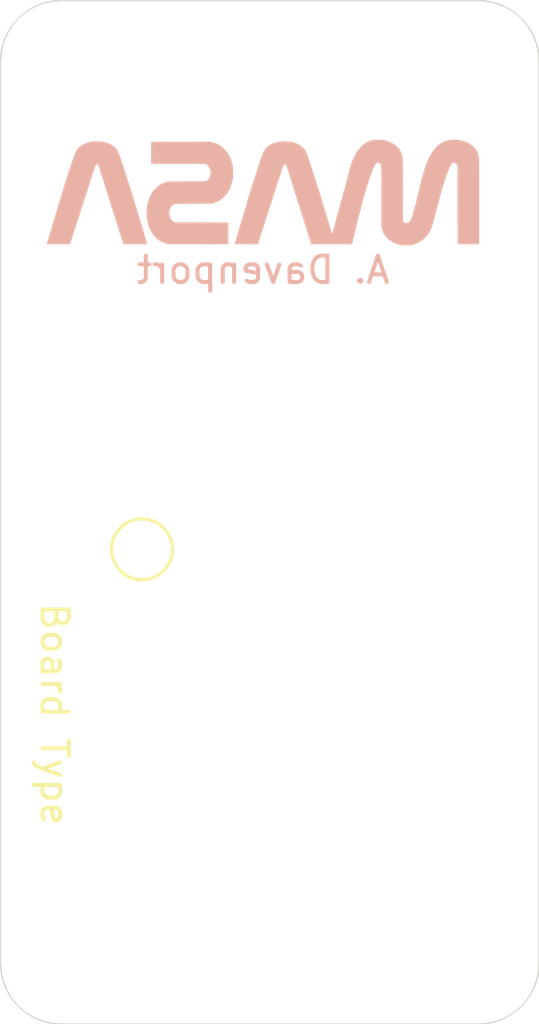
<source format=kicad_pcb>
(kicad_pcb (version 20171130) (host pcbnew "(5.1.0)-1")

  (general
    (thickness 1.6)
    (drawings 11)
    (tracks 0)
    (zones 0)
    (modules 1)
    (nets 1)
  )

  (page A4)
  (layers
    (0 F.Cu signal)
    (31 B.Cu signal)
    (32 B.Adhes user hide)
    (33 F.Adhes user hide)
    (34 B.Paste user hide)
    (35 F.Paste user hide)
    (36 B.SilkS user)
    (37 F.SilkS user)
    (38 B.Mask user)
    (39 F.Mask user)
    (40 Dwgs.User user hide)
    (41 Cmts.User user hide)
    (42 Eco1.User user hide)
    (43 Eco2.User user hide)
    (44 Edge.Cuts user)
    (45 Margin user hide)
    (46 B.CrtYd user hide)
    (47 F.CrtYd user hide)
    (48 B.Fab user hide)
    (49 F.Fab user hide)
  )

  (setup
    (last_trace_width 0.25)
    (trace_clearance 0.2)
    (zone_clearance 0.508)
    (zone_45_only no)
    (trace_min 0.2)
    (via_size 0.8)
    (via_drill 0.4)
    (via_min_size 0.4)
    (via_min_drill 0.3)
    (uvia_size 0.3)
    (uvia_drill 0.1)
    (uvias_allowed no)
    (uvia_min_size 0.2)
    (uvia_min_drill 0.1)
    (edge_width 0.05)
    (segment_width 0.2)
    (pcb_text_width 0.3)
    (pcb_text_size 1.5 1.5)
    (mod_edge_width 0.12)
    (mod_text_size 1 1)
    (mod_text_width 0.15)
    (pad_size 1.524 1.524)
    (pad_drill 0.762)
    (pad_to_mask_clearance 0.051)
    (solder_mask_min_width 0.25)
    (aux_axis_origin 0 0)
    (visible_elements 7FFFFFFF)
    (pcbplotparams
      (layerselection 0x010fc_ffffffff)
      (usegerberextensions false)
      (usegerberattributes false)
      (usegerberadvancedattributes false)
      (creategerberjobfile false)
      (excludeedgelayer true)
      (linewidth 0.100000)
      (plotframeref false)
      (viasonmask false)
      (mode 1)
      (useauxorigin false)
      (hpglpennumber 1)
      (hpglpenspeed 20)
      (hpglpendiameter 15.000000)
      (psnegative false)
      (psa4output false)
      (plotreference true)
      (plotvalue true)
      (plotinvisibletext false)
      (padsonsilk false)
      (subtractmaskfromsilk false)
      (outputformat 1)
      (mirror false)
      (drillshape 1)
      (scaleselection 1)
      (outputdirectory ""))
  )

  (net 0 "")

  (net_class Default "This is the default net class."
    (clearance 0.2)
    (trace_width 0.25)
    (via_dia 0.8)
    (via_drill 0.4)
    (uvia_dia 0.3)
    (uvia_drill 0.1)
  )

  (module davenport_kicad_footprints:logo-bss (layer B.Cu) (tedit 5CA514C8) (tstamp 5CA5C224)
    (at 158.75 79.756 180)
    (fp_text reference G*** (at 0 5.08 180) (layer B.Fab) hide
      (effects (font (size 1.524 1.524) (thickness 0.3)) (justify mirror))
    )
    (fp_text value LOGO (at 0.75 5.08 180) (layer B.Fab) hide
      (effects (font (size 1.524 1.524) (thickness 0.3)) (justify mirror))
    )
    (fp_poly (pts (xy 7.593702 3.197568) (xy 7.643152 3.196112) (xy 7.688298 3.193677) (xy 7.727006 3.190267)
      (xy 7.757144 3.185883) (xy 7.760447 3.185215) (xy 7.854564 3.162707) (xy 7.938972 3.136817)
      (xy 8.0147 3.107035) (xy 8.082777 3.072854) (xy 8.144231 3.033766) (xy 8.200092 2.989263)
      (xy 8.244454 2.94626) (xy 8.279137 2.905943) (xy 8.308912 2.862718) (xy 8.335282 2.813915)
      (xy 8.359751 2.756864) (xy 8.375581 2.713421) (xy 8.384961 2.687254) (xy 8.397353 2.654131)
      (xy 8.411041 2.618573) (xy 8.422572 2.589424) (xy 8.43722 2.551324) (xy 8.453077 2.507433)
      (xy 8.467917 2.464029) (xy 8.476596 2.437018) (xy 8.487974 2.401307) (xy 8.500409 2.364007)
      (xy 8.512287 2.329875) (xy 8.520832 2.306662) (xy 8.531144 2.278336) (xy 8.543175 2.243034)
      (xy 8.55522 2.205852) (xy 8.563079 2.180327) (xy 8.572664 2.149215) (xy 8.582061 2.120291)
      (xy 8.590146 2.096925) (xy 8.595487 2.083171) (xy 8.600776 2.069199) (xy 8.60864 2.045844)
      (xy 8.618214 2.015792) (xy 8.628634 1.981728) (xy 8.634529 1.961856) (xy 8.64623 1.922604)
      (xy 8.658691 1.881897) (xy 8.670657 1.843764) (xy 8.680876 1.812237) (xy 8.683844 1.8034)
      (xy 8.694982 1.769671) (xy 8.706697 1.732565) (xy 8.716951 1.698571) (xy 8.71968 1.6891)
      (xy 8.729264 1.656642) (xy 8.740284 1.621331) (xy 8.750515 1.590281) (xy 8.751472 1.5875)
      (xy 8.759895 1.562168) (xy 8.77154 1.525569) (xy 8.786166 1.478495) (xy 8.803531 1.421737)
      (xy 8.823394 1.356086) (xy 8.845512 1.282333) (xy 8.869644 1.201268) (xy 8.876564 1.177925)
      (xy 8.888117 1.139515) (xy 8.899715 1.102004) (xy 8.910403 1.068403) (xy 8.91923 1.041721)
      (xy 8.923817 1.0287) (xy 8.930425 1.00947) (xy 8.939583 0.980891) (xy 8.950447 0.9457)
      (xy 8.962172 0.906631) (xy 8.973812 0.866775) (xy 8.985285 0.826996) (xy 8.996712 0.787572)
      (xy 9.008398 0.74749) (xy 9.020644 0.705732) (xy 9.033753 0.661284) (xy 9.048027 0.61313)
      (xy 9.063769 0.560253) (xy 9.081282 0.50164) (xy 9.100867 0.436273) (xy 9.122828 0.363137)
      (xy 9.147466 0.281216) (xy 9.175085 0.189495) (xy 9.205986 0.086958) (xy 9.211144 0.06985)
      (xy 9.224978 0.023801) (xy 9.239394 -0.024472) (xy 9.253375 -0.071538) (xy 9.2659 -0.113966)
      (xy 9.275953 -0.148329) (xy 9.277134 -0.1524) (xy 9.288321 -0.190661) (xy 9.300446 -0.231527)
      (xy 9.312048 -0.270113) (xy 9.321669 -0.301536) (xy 9.321697 -0.301625) (xy 9.329194 -0.326096)
      (xy 9.339416 -0.359961) (xy 9.351573 -0.400575) (xy 9.364874 -0.445295) (xy 9.378531 -0.491476)
      (xy 9.385848 -0.516339) (xy 9.39972 -0.563933) (xy 9.4102 -0.600901) (xy 9.417598 -0.628581)
      (xy 9.422224 -0.648307) (xy 9.424386 -0.661419) (xy 9.424396 -0.669251) (xy 9.422561 -0.673141)
      (xy 9.422235 -0.673404) (xy 9.415333 -0.674489) (xy 9.39845 -0.675466) (xy 9.37263 -0.676335)
      (xy 9.338915 -0.677094) (xy 9.29835 -0.677746) (xy 9.251976 -0.678289) (xy 9.200837 -0.678724)
      (xy 9.145977 -0.67905) (xy 9.088438 -0.679269) (xy 9.029264 -0.679379) (xy 8.969498 -0.679381)
      (xy 8.910183 -0.679276) (xy 8.852362 -0.679062) (xy 8.797078 -0.678741) (xy 8.745375 -0.678311)
      (xy 8.698296 -0.677775) (xy 8.656884 -0.67713) (xy 8.622182 -0.676378) (xy 8.595234 -0.675518)
      (xy 8.577082 -0.674551) (xy 8.568769 -0.673477) (xy 8.568502 -0.673353) (xy 8.564942 -0.670181)
      (xy 8.5609 -0.664337) (xy 8.556107 -0.655026) (xy 8.550292 -0.641449) (xy 8.543184 -0.62281)
      (xy 8.534514 -0.598311) (xy 8.52401 -0.567156) (xy 8.511403 -0.528548) (xy 8.496421 -0.481689)
      (xy 8.478795 -0.425782) (xy 8.458254 -0.360031) (xy 8.434527 -0.283638) (xy 8.416216 -0.224496)
      (xy 8.404123 -0.186311) (xy 8.39027 -0.143985) (xy 8.376616 -0.103441) (xy 8.367925 -0.078446)
      (xy 8.355585 -0.042406) (xy 8.342526 -0.002265) (xy 8.330726 0.035819) (xy 8.325398 0.053975)
      (xy 8.315215 0.087984) (xy 8.303506 0.124457) (xy 8.292245 0.157326) (xy 8.288244 0.168275)
      (xy 8.279207 0.193758) (xy 8.268069 0.227258) (xy 8.256145 0.264717) (xy 8.24475 0.302076)
      (xy 8.243004 0.307975) (xy 8.232254 0.343723) (xy 8.221226 0.3791) (xy 8.211077 0.41048)
      (xy 8.20296 0.434237) (xy 8.201536 0.43815) (xy 8.194229 0.458998) (xy 8.184431 0.488525)
      (xy 8.173224 0.523393) (xy 8.16169 0.560265) (xy 8.156972 0.575666) (xy 8.145741 0.612082)
      (xy 8.134509 0.647625) (xy 8.124318 0.679055) (xy 8.11621 0.703134) (xy 8.113576 0.71055)
      (xy 8.106578 0.730876) (xy 8.097184 0.759804) (xy 8.086487 0.793885) (xy 8.075582 0.829676)
      (xy 8.072581 0.839734) (xy 8.061048 0.87768) (xy 8.048611 0.9171) (xy 8.036642 0.95373)
      (xy 8.026513 0.983306) (xy 8.025037 0.987425) (xy 8.016447 1.011991) (xy 8.005176 1.045414)
      (xy 7.992249 1.08459) (xy 7.978691 1.126415) (xy 7.966333 1.165225) (xy 7.951477 1.212061)
      (xy 7.934783 1.264224) (xy 7.917765 1.31701) (xy 7.901938 1.365714) (xy 7.89272 1.393825)
      (xy 7.878295 1.437942) (xy 7.862464 1.486937) (xy 7.846784 1.535955) (xy 7.832812 1.580142)
      (xy 7.827537 1.597025) (xy 7.815511 1.635541) (xy 7.803882 1.672378) (xy 7.791877 1.709921)
      (xy 7.778726 1.750557) (xy 7.763659 1.796673) (xy 7.745904 1.850653) (xy 7.732157 1.8923)
      (xy 7.722685 1.921115) (xy 7.710767 1.957589) (xy 7.697787 1.997475) (xy 7.68513 2.036524)
      (xy 7.682487 2.0447) (xy 7.661293 2.110319) (xy 7.64351 2.165043) (xy 7.628658 2.20986)
      (xy 7.616258 2.245758) (xy 7.605833 2.273726) (xy 7.596902 2.294752) (xy 7.588986 2.309824)
      (xy 7.581608 2.31993) (xy 7.574287 2.326058) (xy 7.566545 2.329198) (xy 7.557903 2.330337)
      (xy 7.547882 2.330463) (xy 7.543998 2.33045) (xy 7.528533 2.329532) (xy 7.515242 2.325996)
      (xy 7.503445 2.318668) (xy 7.49246 2.306375) (xy 7.481606 2.287944) (xy 7.470204 2.262201)
      (xy 7.457572 2.227973) (xy 7.44303 2.184087) (xy 7.425897 2.12937) (xy 7.424267 2.124075)
      (xy 7.400282 2.046163) (xy 7.379631 1.9792) (xy 7.361989 1.922156) (xy 7.347033 1.873999)
      (xy 7.334437 1.8337) (xy 7.323879 1.800226) (xy 7.315032 1.772547) (xy 7.307574 1.749633)
      (xy 7.30118 1.730452) (xy 7.295525 1.713973) (xy 7.293148 1.7072) (xy 7.281893 1.673549)
      (xy 7.270088 1.635387) (xy 7.260057 1.600265) (xy 7.258941 1.596075) (xy 7.250945 1.567939)
      (xy 7.24004 1.532593) (xy 7.227644 1.494508) (xy 7.215177 1.458154) (xy 7.214884 1.457325)
      (xy 7.201801 1.41935) (xy 7.186948 1.374543) (xy 7.172028 1.328127) (xy 7.15874 1.285324)
      (xy 7.156989 1.279525) (xy 7.145923 1.243286) (xy 7.134832 1.207956) (xy 7.12476 1.176793)
      (xy 7.11675 1.153056) (xy 7.114286 1.146175) (xy 7.1071 1.125291) (xy 7.097745 1.096076)
      (xy 7.087399 1.062301) (xy 7.077237 1.027734) (xy 7.076604 1.025525) (xy 7.059811 0.967588)
      (xy 7.041969 0.907395) (xy 7.023835 0.847406) (xy 7.006166 0.790078) (xy 6.989719 0.737873)
      (xy 6.975251 0.693248) (xy 6.965233 0.663575) (xy 6.95381 0.629244) (xy 6.942013 0.591472)
      (xy 6.931765 0.556487) (xy 6.928304 0.543821) (xy 6.918877 0.510668) (xy 6.907144 0.47287)
      (xy 6.895285 0.437383) (xy 6.892496 0.429521) (xy 6.88266 0.400972) (xy 6.870838 0.36475)
      (xy 6.858437 0.325264) (xy 6.846866 0.286924) (xy 6.845591 0.282581) (xy 6.835673 0.249384)
      (xy 6.826216 0.219038) (xy 6.818107 0.194292) (xy 6.81223 0.177899) (xy 6.810858 0.174631)
      (xy 6.806644 0.163959) (xy 6.800087 0.145095) (xy 6.791023 0.117516) (xy 6.779287 0.080697)
      (xy 6.764714 0.034116) (xy 6.74714 -0.022753) (xy 6.726398 -0.090433) (xy 6.702326 -0.169447)
      (xy 6.694002 -0.19685) (xy 6.681462 -0.23766) (xy 6.668941 -0.277529) (xy 6.657314 -0.313731)
      (xy 6.647458 -0.343538) (xy 6.640249 -0.364223) (xy 6.639916 -0.365125) (xy 6.632593 -0.386265)
      (xy 6.622856 -0.416391) (xy 6.611675 -0.4524) (xy 6.600017 -0.491191) (xy 6.59212 -0.518235)
      (xy 6.57829 -0.565299) (xy 6.566866 -0.601631) (xy 6.557213 -0.62871) (xy 6.548696 -0.648011)
      (xy 6.540681 -0.661013) (xy 6.532532 -0.66919) (xy 6.525477 -0.673258) (xy 6.517223 -0.674442)
      (xy 6.498422 -0.675517) (xy 6.469551 -0.676477) (xy 6.431086 -0.677315) (xy 6.383505 -0.678025)
      (xy 6.327284 -0.678599) (xy 6.2629 -0.679031) (xy 6.19083 -0.679315) (xy 6.111552 -0.679443)
      (xy 6.08709 -0.67945) (xy 6.006433 -0.679416) (xy 5.936147 -0.679305) (xy 5.875579 -0.679106)
      (xy 5.824078 -0.678804) (xy 5.780989 -0.678388) (xy 5.74566 -0.677844) (xy 5.717439 -0.67716)
      (xy 5.695672 -0.676323) (xy 5.679707 -0.67532) (xy 5.668891 -0.674137) (xy 5.662571 -0.672764)
      (xy 5.660094 -0.671186) (xy 5.660051 -0.671075) (xy 5.660505 -0.661922) (xy 5.66383 -0.642931)
      (xy 5.66948 -0.616341) (xy 5.676909 -0.584389) (xy 5.685573 -0.549315) (xy 5.694925 -0.513356)
      (xy 5.704422 -0.478749) (xy 5.713517 -0.447734) (xy 5.717766 -0.434201) (xy 5.725024 -0.410949)
      (xy 5.734666 -0.378902) (xy 5.745718 -0.341362) (xy 5.757205 -0.30163) (xy 5.764433 -0.276225)
      (xy 5.779973 -0.221751) (xy 5.796967 -0.163129) (xy 5.814721 -0.102676) (xy 5.832542 -0.042709)
      (xy 5.849739 0.014455) (xy 5.865617 0.066497) (xy 5.879484 0.111102) (xy 5.890647 0.14595)
      (xy 5.89068 0.14605) (xy 5.899673 0.174252) (xy 5.910851 0.210507) (xy 5.922992 0.250794)
      (xy 5.934877 0.291089) (xy 5.938851 0.3048) (xy 5.963477 0.389791) (xy 5.984902 0.462803)
      (xy 6.003173 0.523995) (xy 6.01834 0.573524) (xy 6.030449 0.611549) (xy 6.039548 0.638227)
      (xy 6.040368 0.640479) (xy 6.047022 0.65993) (xy 6.05618 0.688566) (xy 6.066944 0.723489)
      (xy 6.07842 0.761803) (xy 6.087491 0.792879) (xy 6.100239 0.836516) (xy 6.115426 0.887563)
      (xy 6.131692 0.941506) (xy 6.147678 0.99383) (xy 6.159471 1.031875) (xy 6.174145 1.078914)
      (xy 6.191117 1.133483) (xy 6.209009 1.191137) (xy 6.226442 1.247434) (xy 6.242038 1.297932)
      (xy 6.242236 1.298575) (xy 6.255647 1.34191) (xy 6.268929 1.384519) (xy 6.281274 1.423834)
      (xy 6.291874 1.457286) (xy 6.299922 1.482306) (xy 6.302145 1.489075) (xy 6.323757 1.555132)
      (xy 6.34737 1.628838) (xy 6.371583 1.70576) (xy 6.394995 1.781467) (xy 6.407468 1.82245)
      (xy 6.419831 1.862788) (xy 6.432943 1.904612) (xy 6.44558 1.944076) (xy 6.456515 1.977336)
      (xy 6.461062 1.990725) (xy 6.472447 2.024694) (xy 6.484305 2.061698) (xy 6.494717 2.095691)
      (xy 6.498364 2.1082) (xy 6.508329 2.140721) (xy 6.52025 2.176091) (xy 6.531707 2.20716)
      (xy 6.532752 2.2098) (xy 6.541936 2.234265) (xy 6.553301 2.266712) (xy 6.565468 2.303102)
      (xy 6.577062 2.339397) (xy 6.578225 2.34315) (xy 6.590528 2.381625) (xy 6.606124 2.428256)
      (xy 6.624174 2.480711) (xy 6.643838 2.53666) (xy 6.664278 2.59377) (xy 6.684654 2.649709)
      (xy 6.704129 2.702147) (xy 6.721864 2.748751) (xy 6.737018 2.787189) (xy 6.74441 2.805094)
      (xy 6.778677 2.871575) (xy 6.822786 2.93251) (xy 6.876633 2.98783) (xy 6.940114 3.037468)
      (xy 7.013127 3.081355) (xy 7.095567 3.119424) (xy 7.18733 3.151608) (xy 7.288312 3.177837)
      (xy 7.326052 3.185644) (xy 7.356537 3.190102) (xy 7.395515 3.193568) (xy 7.440854 3.196046)
      (xy 7.49042 3.197537) (xy 7.54208 3.198044) (xy 7.593702 3.197568)) (layer B.SilkS) (width 0.01))
    (fp_poly (pts (xy 4.523138 3.182145) (xy 4.620822 3.182043) (xy 4.716314 3.181884) (xy 4.809002 3.181669)
      (xy 4.898273 3.1814) (xy 4.983516 3.181078) (xy 5.064119 3.180704) (xy 5.13947 3.180281)
      (xy 5.208958 3.179809) (xy 5.271969 3.179291) (xy 5.327894 3.178727) (xy 5.376119 3.178119)
      (xy 5.416034 3.17747) (xy 5.447025 3.176779) (xy 5.468482 3.176049) (xy 5.479792 3.175281)
      (xy 5.481389 3.174936) (xy 5.483615 3.17328) (xy 5.485516 3.170635) (xy 5.487118 3.166059)
      (xy 5.488446 3.158605) (xy 5.489526 3.14733) (xy 5.490383 3.131289) (xy 5.491043 3.109538)
      (xy 5.491533 3.081131) (xy 5.491877 3.045124) (xy 5.4921 3.000573) (xy 5.49223 2.946533)
      (xy 5.492291 2.882059) (xy 5.492309 2.806206) (xy 5.492309 2.772536) (xy 5.492298 2.69178)
      (xy 5.492248 2.622769) (xy 5.492134 2.564553) (xy 5.491932 2.516175) (xy 5.491618 2.476685)
      (xy 5.491167 2.445127) (xy 5.490555 2.42055) (xy 5.489758 2.401998) (xy 5.488751 2.388519)
      (xy 5.48751 2.37916) (xy 5.48601 2.372968) (xy 5.484228 2.368988) (xy 5.482137 2.366267)
      (xy 5.481909 2.366026) (xy 5.480128 2.364676) (xy 5.477171 2.363444) (xy 5.472561 2.362325)
      (xy 5.465817 2.361314) (xy 5.456463 2.360406) (xy 5.444019 2.359597) (xy 5.428007 2.358881)
      (xy 5.407949 2.358254) (xy 5.383366 2.357712) (xy 5.35378 2.357249) (xy 5.318713 2.35686)
      (xy 5.277685 2.356542) (xy 5.230219 2.356288) (xy 5.175836 2.356094) (xy 5.114058 2.355956)
      (xy 5.044406 2.355869) (xy 4.966402 2.355827) (xy 4.879567 2.355827) (xy 4.783424 2.355863)
      (xy 4.677492 2.35593) (xy 4.561295 2.356024) (xy 4.488344 2.35609) (xy 4.3846 2.35616)
      (xy 4.283556 2.356177) (xy 4.185787 2.356144) (xy 4.09187 2.356062) (xy 4.002379 2.355935)
      (xy 3.91789 2.355763) (xy 3.838979 2.355549) (xy 3.766221 2.355296) (xy 3.700191 2.355005)
      (xy 3.641465 2.354678) (xy 3.590619 2.354318) (xy 3.548228 2.353927) (xy 3.514868 2.353506)
      (xy 3.491114 2.353058) (xy 3.477541 2.352586) (xy 3.474862 2.352358) (xy 3.443807 2.343515)
      (xy 3.409563 2.32705) (xy 3.375963 2.305131) (xy 3.347122 2.28021) (xy 3.326223 2.254144)
      (xy 3.305714 2.220217) (xy 3.288086 2.183037) (xy 3.276435 2.149475) (xy 3.26982 2.130225)
      (xy 3.262183 2.114657) (xy 3.260569 2.112296) (xy 3.256778 2.105092) (xy 3.254221 2.093791)
      (xy 3.252698 2.076198) (xy 3.25201 2.050115) (xy 3.251944 2.017046) (xy 3.25239 1.979799)
      (xy 3.253616 1.952004) (xy 3.255956 1.930424) (xy 3.259746 1.911823) (xy 3.264505 1.895475)
      (xy 3.289005 1.835965) (xy 3.321317 1.785211) (xy 3.361084 1.743627) (xy 3.407948 1.711628)
      (xy 3.43347 1.699542) (xy 3.441168 1.698357) (xy 3.458468 1.697231) (xy 3.485503 1.696161)
      (xy 3.522409 1.695145) (xy 3.569321 1.694182) (xy 3.626373 1.69327) (xy 3.693701 1.692405)
      (xy 3.771439 1.691587) (xy 3.859723 1.690813) (xy 3.958686 1.690081) (xy 4.068465 1.68939)
      (xy 4.133564 1.689025) (xy 4.234474 1.688481) (xy 4.324989 1.687981) (xy 4.405739 1.687509)
      (xy 4.477352 1.68705) (xy 4.540458 1.68659) (xy 4.595687 1.686111) (xy 4.643666 1.685601)
      (xy 4.685026 1.685042) (xy 4.720396 1.684419) (xy 4.750405 1.683719) (xy 4.775682 1.682924)
      (xy 4.796857 1.68202) (xy 4.814559 1.680992) (xy 4.829417 1.679824) (xy 4.842061 1.6785)
      (xy 4.853119 1.677007) (xy 4.86322 1.675328) (xy 4.872995 1.673448) (xy 4.883073 1.671351)
      (xy 4.885973 1.670736) (xy 4.951147 1.654121) (xy 5.016896 1.632216) (xy 5.07936 1.606457)
      (xy 5.13449 1.578385) (xy 5.218357 1.523361) (xy 5.296569 1.457833) (xy 5.368559 1.382563)
      (xy 5.433763 1.298312) (xy 5.491615 1.205843) (xy 5.541548 1.105917) (xy 5.582997 0.999295)
      (xy 5.596743 0.956054) (xy 5.614839 0.893041) (xy 5.629191 0.836693) (xy 5.640262 0.783929)
      (xy 5.648515 0.731674) (xy 5.654415 0.676849) (xy 5.658424 0.616376) (xy 5.661007 0.547176)
      (xy 5.661537 0.525866) (xy 5.662547 0.475246) (xy 5.662874 0.433094) (xy 5.662264 0.396764)
      (xy 5.660461 0.363606) (xy 5.657211 0.330972) (xy 5.65226 0.296213) (xy 5.645354 0.256681)
      (xy 5.636236 0.209728) (xy 5.62657 0.162059) (xy 5.613912 0.102724) (xy 5.602016 0.053156)
      (xy 5.590005 0.010565) (xy 5.577001 -0.027842) (xy 5.562128 -0.064856) (xy 5.544509 -0.103267)
      (xy 5.540836 -0.110838) (xy 5.48454 -0.215841) (xy 5.423743 -0.309401) (xy 5.358053 -0.391855)
      (xy 5.287082 -0.463543) (xy 5.210439 -0.524806) (xy 5.127733 -0.575981) (xy 5.038575 -0.617408)
      (xy 4.942574 -0.649427) (xy 4.912607 -0.657194) (xy 4.845267 -0.673573) (xy 3.715634 -0.674924)
      (xy 3.564681 -0.675073) (xy 3.424428 -0.675148) (xy 3.294898 -0.675148) (xy 3.176117 -0.675073)
      (xy 3.068109 -0.674924) (xy 2.970897 -0.674701) (xy 2.884506 -0.674404) (xy 2.808961 -0.674032)
      (xy 2.744285 -0.673586) (xy 2.690502 -0.673067) (xy 2.647638 -0.672474) (xy 2.615716 -0.671806)
      (xy 2.59476 -0.671066) (xy 2.584796 -0.670252) (xy 2.583896 -0.669925) (xy 2.583549 -0.662619)
      (xy 2.583265 -0.643707) (xy 2.583044 -0.614283) (xy 2.58289 -0.575441) (xy 2.582803 -0.528275)
      (xy 2.582786 -0.473877) (xy 2.58284 -0.413344) (xy 2.582967 -0.347767) (xy 2.583169 -0.278241)
      (xy 2.58322 -0.263525) (xy 2.584649 0.136525) (xy 4.596585 0.142875) (xy 4.628837 0.157042)
      (xy 4.659739 0.172189) (xy 4.684157 0.188589) (xy 4.70648 0.209604) (xy 4.724199 0.230064)
      (xy 4.7558 0.274484) (xy 4.779191 0.32158) (xy 4.795172 0.373698) (xy 4.804546 0.433184)
      (xy 4.807331 0.47335) (xy 4.807841 0.533905) (xy 4.803442 0.585999) (xy 4.793684 0.632785)
      (xy 4.778312 0.676957) (xy 4.750603 0.730065) (xy 4.715829 0.773458) (xy 4.674268 0.806889)
      (xy 4.626203 0.83011) (xy 4.593829 0.839153) (xy 4.584175 0.840425) (xy 4.567417 0.84162)
      (xy 4.543211 0.842742) (xy 4.511213 0.843797) (xy 4.471082 0.844792) (xy 4.422473 0.84573)
      (xy 4.365044 0.846619) (xy 4.298451 0.847464) (xy 4.22235 0.848271) (xy 4.136399 0.849045)
      (xy 4.040254 0.849791) (xy 3.933573 0.850516) (xy 3.885517 0.850816) (xy 3.78545 0.851427)
      (xy 3.695784 0.851988) (xy 3.615896 0.852515) (xy 3.545162 0.853022) (xy 3.48296 0.853526)
      (xy 3.428666 0.854042) (xy 3.381657 0.854586) (xy 3.341309 0.855174) (xy 3.307 0.855821)
      (xy 3.278107 0.856543) (xy 3.254006 0.857355) (xy 3.234073 0.858273) (xy 3.217687 0.859313)
      (xy 3.204222 0.860491) (xy 3.193058 0.861821) (xy 3.183569 0.863321) (xy 3.175133 0.865005)
      (xy 3.167127 0.866888) (xy 3.158928 0.868988) (xy 3.158633 0.869064) (xy 3.057839 0.900795)
      (xy 2.964317 0.941792) (xy 2.877656 0.9924) (xy 2.797447 1.05296) (xy 2.723277 1.123818)
      (xy 2.654735 1.205315) (xy 2.591411 1.297795) (xy 2.542225 1.383695) (xy 2.520687 1.427932)
      (xy 2.50023 1.477625) (xy 2.480131 1.534768) (xy 2.459666 1.601354) (xy 2.447463 1.64465)
      (xy 2.439208 1.674074) (xy 2.431681 1.6997) (xy 2.425728 1.718716) (xy 2.42227 1.728166)
      (xy 2.41831 1.742488) (xy 2.414613 1.767873) (xy 2.411286 1.802685) (xy 2.408435 1.84529)
      (xy 2.406167 1.894051) (xy 2.404587 1.947333) (xy 2.403802 2.0035) (xy 2.403757 2.012929)
      (xy 2.404397 2.089321) (xy 2.407152 2.156166) (xy 2.412402 2.216463) (xy 2.420529 2.273206)
      (xy 2.431913 2.329394) (xy 2.446934 2.388021) (xy 2.455036 2.416175) (xy 2.48902 2.519084)
      (xy 2.526894 2.610963) (xy 2.569114 2.692851) (xy 2.594135 2.733675) (xy 2.630573 2.785922)
      (xy 2.672313 2.839563) (xy 2.716712 2.891512) (xy 2.761126 2.938683) (xy 2.802912 2.977989)
      (xy 2.804593 2.979441) (xy 2.871727 3.030397) (xy 2.947808 3.075703) (xy 3.03168 3.114786)
      (xy 3.122187 3.147074) (xy 3.171693 3.161042) (xy 3.235083 3.177378) (xy 3.5603 3.179675)
      (xy 3.64626 3.18023) (xy 3.736146 3.180712) (xy 3.829345 3.181124) (xy 3.925247 3.181466)
      (xy 4.023239 3.18174) (xy 4.122709 3.181948) (xy 4.223046 3.182091) (xy 4.323638 3.18217)
      (xy 4.423872 3.182188) (xy 4.523138 3.182145)) (layer B.SilkS) (width 0.01))
    (fp_poly (pts (xy -5.794545 3.249661) (xy -5.708253 3.23615) (xy -5.627429 3.215077) (xy -5.550719 3.18605)
      (xy -5.47677 3.148676) (xy -5.404227 3.102561) (xy -5.366638 3.075018) (xy -5.32932 3.043665)
      (xy -5.288027 3.004158) (xy -5.244911 2.958903) (xy -5.202125 2.910305) (xy -5.161819 2.860768)
      (xy -5.126146 2.812699) (xy -5.108393 2.786386) (xy -5.048428 2.685867) (xy -4.990637 2.573572)
      (xy -4.935334 2.450243) (xy -4.882838 2.316622) (xy -4.833464 2.173452) (xy -4.798767 2.060575)
      (xy -4.786904 2.020298) (xy -4.775458 1.981986) (xy -4.765163 1.948052) (xy -4.756752 1.920909)
      (xy -4.750958 1.902969) (xy -4.750251 1.900906) (xy -4.74479 1.883163) (xy -4.737392 1.856221)
      (xy -4.728868 1.823181) (xy -4.720029 1.787141) (xy -4.716157 1.770731) (xy -4.706479 1.730109)
      (xy -4.695842 1.686997) (xy -4.685392 1.645946) (xy -4.676271 1.611506) (xy -4.674338 1.60448)
      (xy -4.666505 1.574651) (xy -4.657095 1.536234) (xy -4.646999 1.493016) (xy -4.637108 1.448786)
      (xy -4.63101 1.42033) (xy -4.621961 1.378446) (xy -4.612307 1.33587) (xy -4.602876 1.296117)
      (xy -4.594498 1.262703) (xy -4.589598 1.2446) (xy -4.582468 1.217864) (xy -4.573685 1.182281)
      (xy -4.564082 1.141378) (xy -4.554493 1.098683) (xy -4.54816 1.069261) (xy -4.538594 1.025434)
      (xy -4.527904 0.979011) (xy -4.51708 0.93414) (xy -4.507113 0.894967) (xy -4.501863 0.875586)
      (xy -4.491699 0.838559) (xy -4.481155 0.79884) (xy -4.471598 0.761649) (xy -4.465433 0.7366)
      (xy -4.458098 0.70743) (xy -4.448143 0.670182) (xy -4.436177 0.626927) (xy -4.422806 0.579737)
      (xy -4.408639 0.530684) (xy -4.394282 0.481837) (xy -4.380344 0.435269) (xy -4.367431 0.39305)
      (xy -4.356151 0.357252) (xy -4.347111 0.329945) (xy -4.342166 0.316282) (xy -4.313925 0.2534)
      (xy -4.283003 0.202707) (xy -4.249281 0.164042) (xy -4.212642 0.137241) (xy -4.212247 0.137025)
      (xy -4.179794 0.122993) (xy -4.145566 0.114387) (xy -4.113324 0.111879) (xy -4.089987 0.115131)
      (xy -4.07121 0.124287) (xy -4.052223 0.13943) (xy -4.03616 0.157417) (xy -4.026159 0.175102)
      (xy -4.02467 0.180639) (xy -4.022363 0.192993) (xy -4.018287 0.213528) (xy -4.013269 0.23808)
      (xy -4.012601 0.2413) (xy -4.011371 0.247733) (xy -4.010247 0.255053) (xy -4.009221 0.263831)
      (xy -4.008291 0.274634) (xy -4.007449 0.288033) (xy -4.006692 0.304595) (xy -4.006014 0.32489)
      (xy -4.00541 0.349486) (xy -4.004874 0.378952) (xy -4.004402 0.413858) (xy -4.003988 0.454772)
      (xy -4.003628 0.502263) (xy -4.003315 0.556899) (xy -4.003046 0.61925) (xy -4.002814 0.689885)
      (xy -4.002615 0.769372) (xy -4.002444 0.85828) (xy -4.002294 0.957179) (xy -4.002162 1.066636)
      (xy -4.002042 1.187222) (xy -4.001929 1.319504) (xy -4.001844 1.42875) (xy -4.001705 1.58374)
      (xy -4.001528 1.726354) (xy -4.001313 1.856916) (xy -4.001057 1.975751) (xy -4.000758 2.083184)
      (xy -4.000414 2.179537) (xy -4.000024 2.265137) (xy -3.999585 2.340306) (xy -3.999096 2.405369)
      (xy -3.998553 2.46065) (xy -3.997957 2.506474) (xy -3.997303 2.543165) (xy -3.996591 2.571047)
      (xy -3.995819 2.590444) (xy -3.994984 2.601681) (xy -3.994723 2.6035) (xy -3.985355 2.649641)
      (xy -3.974282 2.690494) (xy -3.959839 2.731491) (xy -3.943324 2.771302) (xy -3.921353 2.819466)
      (xy -3.900746 2.858999) (xy -3.879399 2.893326) (xy -3.85521 2.92587) (xy -3.830513 2.955067)
      (xy -3.764837 3.020771) (xy -3.690488 3.079247) (xy -3.608033 3.130204) (xy -3.518034 3.173346)
      (xy -3.421058 3.20838) (xy -3.317669 3.235013) (xy -3.277526 3.242745) (xy -3.253669 3.246425)
      (xy -3.227982 3.24926) (xy -3.19872 3.251339) (xy -3.164135 3.25275) (xy -3.122482 3.253584)
      (xy -3.072016 3.253927) (xy -3.057039 3.253947) (xy -3.003255 3.253747) (xy -2.958495 3.252889)
      (xy -2.920765 3.251061) (xy -2.88807 3.247954) (xy -2.858414 3.243257) (xy -2.829803 3.23666)
      (xy -2.800241 3.227851) (xy -2.767733 3.21652) (xy -2.733439 3.203575) (xy -2.642679 3.161937)
      (xy -2.55637 3.108829) (xy -2.474767 3.044525) (xy -2.398126 2.969301) (xy -2.326702 2.883431)
      (xy -2.26075 2.787188) (xy -2.200527 2.680848) (xy -2.152475 2.579143) (xy -2.137817 2.545484)
      (xy -2.124311 2.514795) (xy -2.112947 2.489305) (xy -2.10472 2.471245) (xy -2.101144 2.4638)
      (xy -2.094154 2.447285) (xy -2.085201 2.421825) (xy -2.075257 2.390719) (xy -2.065297 2.357264)
      (xy -2.056293 2.324757) (xy -2.049219 2.296495) (xy -2.045049 2.275776) (xy -2.044583 2.272239)
      (xy -2.040237 2.25011) (xy -2.033293 2.240221) (xy -2.032443 2.239897) (xy -2.026407 2.232638)
      (xy -2.019199 2.213882) (xy -2.010652 2.183165) (xy -2.007696 2.171109) (xy -1.999799 2.139095)
      (xy -1.989758 2.099818) (xy -1.97882 2.058096) (xy -1.968237 2.018749) (xy -1.967519 2.016125)
      (xy -1.956178 1.973946) (xy -1.943523 1.925601) (xy -1.931132 1.877182) (xy -1.920974 1.836388)
      (xy -1.911239 1.797783) (xy -1.90055 1.757456) (xy -1.890122 1.719871) (xy -1.881168 1.689493)
      (xy -1.880146 1.686213) (xy -1.873032 1.662471) (xy -1.864247 1.631451) (xy -1.854306 1.595149)
      (xy -1.843724 1.55556) (xy -1.833014 1.514682) (xy -1.822692 1.474511) (xy -1.813272 1.437044)
      (xy -1.805267 1.404276) (xy -1.799194 1.378205) (xy -1.795566 1.360827) (xy -1.794756 1.354856)
      (xy -1.79068 1.34235) (xy -1.786549 1.337376) (xy -1.782697 1.329491) (xy -1.776586 1.311736)
      (xy -1.768857 1.286496) (xy -1.76015 1.256155) (xy -1.751106 1.223095) (xy -1.742364 1.189702)
      (xy -1.734566 1.158357) (xy -1.728351 1.131446) (xy -1.72436 1.111352) (xy -1.723195 1.101533)
      (xy -1.721082 1.089949) (xy -1.715538 1.070364) (xy -1.707618 1.046378) (xy -1.704634 1.038033)
      (xy -1.696133 1.012303) (xy -1.686191 0.978418) (xy -1.675978 0.940558) (xy -1.666662 0.902907)
      (xy -1.665643 0.898525) (xy -1.654122 0.849224) (xy -1.644768 0.810703) (xy -1.637149 0.781402)
      (xy -1.630835 0.759761) (xy -1.625392 0.744219) (xy -1.620391 0.733214) (xy -1.619496 0.731579)
      (xy -1.612705 0.715271) (xy -1.607222 0.695166) (xy -1.606893 0.693479) (xy -1.602642 0.672956)
      (xy -1.596368 0.646375) (xy -1.587778 0.612628) (xy -1.576582 0.570605) (xy -1.562487 0.519198)
      (xy -1.545202 0.457298) (xy -1.53802 0.4318) (xy -1.525469 0.386632) (xy -1.51315 0.341039)
      (xy -1.501811 0.297885) (xy -1.4922 0.26003) (xy -1.485064 0.230338) (xy -1.483256 0.22225)
      (xy -1.475815 0.190697) (xy -1.467545 0.160039) (xy -1.459686 0.134695) (xy -1.45566 0.123825)
      (xy -1.447998 0.102122) (xy -1.439664 0.073522) (xy -1.432247 0.043558) (xy -1.431059 0.0381)
      (xy -1.421728 -0.002263) (xy -1.409705 -0.049067) (xy -1.396404 -0.097137) (xy -1.383238 -0.141304)
      (xy -1.375545 -0.1651) (xy -1.369435 -0.185207) (xy -1.362068 -0.212336) (xy -1.354871 -0.241189)
      (xy -1.353711 -0.246128) (xy -1.347784 -0.270208) (xy -1.342508 -0.289121) (xy -1.338745 -0.299856)
      (xy -1.337905 -0.301157) (xy -1.335238 -0.296169) (xy -1.32969 -0.280933) (xy -1.321809 -0.257274)
      (xy -1.312144 -0.227012) (xy -1.301244 -0.191971) (xy -1.289657 -0.153974) (xy -1.277931 -0.114842)
      (xy -1.266616 -0.076399) (xy -1.256261 -0.040468) (xy -1.247412 -0.00887) (xy -1.24062 0.016572)
      (xy -1.236432 0.034034) (xy -1.235509 0.039044) (xy -1.230161 0.059628) (xy -1.221735 0.077567)
      (xy -1.221348 0.078145) (xy -1.213428 0.095293) (xy -1.210468 0.111627) (xy -1.207739 0.128501)
      (xy -1.202719 0.1392) (xy -1.198152 0.148922) (xy -1.191367 0.168098) (xy -1.183261 0.194)
      (xy -1.174733 0.223902) (xy -1.174319 0.225425) (xy -1.164324 0.260622) (xy -1.153237 0.296967)
      (xy -1.142547 0.329705) (xy -1.135237 0.350224) (xy -1.126494 0.375525) (xy -1.116187 0.408836)
      (xy -1.105582 0.445889) (xy -1.095946 0.482419) (xy -1.095646 0.483615) (xy -1.087408 0.515773)
      (xy -1.079652 0.544509) (xy -1.073137 0.567108) (xy -1.068627 0.580852) (xy -1.067916 0.582557)
      (xy -1.063703 0.593751) (xy -1.057019 0.613933) (xy -1.048588 0.640676) (xy -1.039129 0.671556)
      (xy -1.029366 0.704147) (xy -1.020019 0.736026) (xy -1.011811 0.764766) (xy -1.005462 0.787943)
      (xy -1.001695 0.803131) (xy -1.000973 0.807505) (xy -0.998534 0.818877) (xy -0.99291 0.833706)
      (xy -0.986113 0.852984) (xy -0.981256 0.873705) (xy -0.976508 0.891588) (xy -0.969889 0.904859)
      (xy -0.969391 0.905465) (xy -0.962175 0.918277) (xy -0.956585 0.935316) (xy -0.950437 0.960404)
      (xy -0.941802 0.9916) (xy -0.930177 1.030625) (xy -0.915061 1.0792) (xy -0.909935 1.095375)
      (xy -0.900191 1.12647) (xy -0.888013 1.166021) (xy -0.874489 1.210454) (xy -0.860708 1.256191)
      (xy -0.849021 1.2954) (xy -0.837641 1.333061) (xy -0.827046 1.366732) (xy -0.817868 1.39451)
      (xy -0.810742 1.414491) (xy -0.8063 1.424771) (xy -0.805712 1.425575) (xy -0.801868 1.433565)
      (xy -0.795664 1.451181) (xy -0.78783 1.475861) (xy -0.779097 1.505042) (xy -0.770195 1.536159)
      (xy -0.761855 1.56665) (xy -0.754807 1.593952) (xy -0.749781 1.615499) (xy -0.747508 1.628731)
      (xy -0.747447 1.630055) (xy -0.745133 1.640958) (xy -0.738943 1.659856) (xy -0.730009 1.683429)
      (xy -0.725491 1.694451) (xy -0.713809 1.724764) (xy -0.7013 1.761204) (xy -0.690023 1.797643)
      (xy -0.686118 1.81159) (xy -0.676119 1.846443) (xy -0.66428 1.884192) (xy -0.652596 1.918576)
      (xy -0.648255 1.9304) (xy -0.637052 1.961325) (xy -0.625835 1.994506) (xy -0.616696 2.023712)
      (xy -0.615217 2.028825) (xy -0.607485 2.054722) (xy -0.597246 2.087128) (xy -0.586173 2.1208)
      (xy -0.580743 2.136775) (xy -0.570205 2.168069) (xy -0.557625 2.206517) (xy -0.544568 2.247275)
      (xy -0.532605 2.285499) (xy -0.532451 2.286) (xy -0.520154 2.325085) (xy -0.506347 2.367649)
      (xy -0.492741 2.408482) (xy -0.481332 2.441575) (xy -0.470803 2.471865) (xy -0.461196 2.50044)
      (xy -0.453675 2.523782) (xy -0.449807 2.536825) (xy -0.444829 2.552553) (xy -0.436344 2.576488)
      (xy -0.425551 2.605352) (xy -0.41389 2.63525) (xy -0.400321 2.66966) (xy -0.386188 2.706095)
      (xy -0.373361 2.739704) (xy -0.365369 2.761098) (xy -0.345618 2.810698) (xy -0.325469 2.851717)
      (xy -0.302691 2.888097) (xy -0.275052 2.923781) (xy -0.269684 2.930091) (xy -0.215764 2.98454)
      (xy -0.152322 3.033926) (xy -0.080077 3.077888) (xy 0.000253 3.116067) (xy 0.087949 3.148102)
      (xy 0.182291 3.173633) (xy 0.239228 3.185221) (xy 0.269965 3.18953) (xy 0.309025 3.193135)
      (xy 0.353862 3.195971) (xy 0.401931 3.197969) (xy 0.450684 3.199063) (xy 0.497577 3.199185)
      (xy 0.540063 3.198268) (xy 0.575597 3.196245) (xy 0.592006 3.194539) (xy 0.623314 3.1905)
      (xy 0.657339 3.186167) (xy 0.688395 3.182263) (xy 0.698807 3.180972) (xy 0.726208 3.175722)
      (xy 0.761763 3.166034) (xy 0.803549 3.152609) (xy 0.849638 3.136147) (xy 0.898105 3.117349)
      (xy 0.947024 3.096916) (xy 0.994468 3.07555) (xy 1.013685 3.066372) (xy 1.047435 3.045939)
      (xy 1.084593 3.016595) (xy 1.123121 2.980471) (xy 1.160982 2.939701) (xy 1.196139 2.896414)
      (xy 1.226554 2.852744) (xy 1.24093 2.828602) (xy 1.248344 2.81328) (xy 1.259083 2.788451)
      (xy 1.272243 2.756337) (xy 1.286921 2.71916) (xy 1.302214 2.679143) (xy 1.308053 2.663505)
      (xy 1.322948 2.623569) (xy 1.337076 2.586101) (xy 1.349639 2.553187) (xy 1.359838 2.526913)
      (xy 1.366874 2.509366) (xy 1.368705 2.505075) (xy 1.376663 2.482928) (xy 1.383499 2.456788)
      (xy 1.385462 2.44657) (xy 1.391171 2.42215) (xy 1.400133 2.394188) (xy 1.407191 2.376301)
      (xy 1.416286 2.35357) (xy 1.42707 2.323671) (xy 1.437809 2.291505) (xy 1.442634 2.276057)
      (xy 1.450025 2.25219) (xy 1.460515 2.218961) (xy 1.4733 2.178885) (xy 1.487575 2.134479)
      (xy 1.502535 2.088257) (xy 1.512582 2.0574) (xy 1.529344 2.005709) (xy 1.547572 1.948903)
      (xy 1.566031 1.890873) (xy 1.583486 1.835507) (xy 1.598702 1.786695) (xy 1.603467 1.771235)
      (xy 1.617009 1.727626) (xy 1.631052 1.683265) (xy 1.644595 1.641258) (xy 1.656635 1.60471)
      (xy 1.66617 1.576725) (xy 1.666994 1.574385) (xy 1.67831 1.541092) (xy 1.691245 1.501001)
      (xy 1.704116 1.45943) (xy 1.714129 1.425575) (xy 1.732773 1.361182) (xy 1.750701 1.30028)
      (xy 1.767531 1.244105) (xy 1.782882 1.193896) (xy 1.79637 1.150886) (xy 1.807614 1.116314)
      (xy 1.816231 1.091414) (xy 1.82166 1.077794) (xy 1.827128 1.063373) (xy 1.834648 1.039473)
      (xy 1.843409 1.008875) (xy 1.852597 0.974364) (xy 1.857197 0.956106) (xy 1.867514 0.915894)
      (xy 1.879023 0.873586) (xy 1.890494 0.833565) (xy 1.900693 0.800212) (xy 1.903137 0.792712)
      (xy 1.913093 0.761913) (xy 1.925113 0.72345) (xy 1.937841 0.681733) (xy 1.94992 0.641171)
      (xy 1.952651 0.631825) (xy 1.965947 0.586372) (xy 1.982265 0.531003) (xy 2.000987 0.46779)
      (xy 2.021496 0.398806) (xy 2.043175 0.326123) (xy 2.065407 0.251814) (xy 2.087574 0.17795)
      (xy 2.10906 0.106605) (xy 2.11057 0.1016) (xy 2.124259 0.056184) (xy 2.140261 0.002999)
      (xy 2.157301 -0.053715) (xy 2.174105 -0.109717) (xy 2.1894 -0.160768) (xy 2.190697 -0.1651)
      (xy 2.216643 -0.251755) (xy 2.239269 -0.327194) (xy 2.25882 -0.392217) (xy 2.27554 -0.447626)
      (xy 2.289673 -0.494222) (xy 2.301466 -0.532805) (xy 2.311163 -0.564177) (xy 2.319008 -0.589138)
      (xy 2.325247 -0.60849) (xy 2.330125 -0.623034) (xy 2.333886 -0.63357) (xy 2.334032 -0.633961)
      (xy 2.340908 -0.653717) (xy 2.343122 -0.665246) (xy 2.341054 -0.671614) (xy 2.338913 -0.673551)
      (xy 2.33219 -0.674504) (xy 2.315217 -0.675401) (xy 2.288768 -0.676233) (xy 2.253617 -0.67699)
      (xy 2.210539 -0.67766) (xy 2.160306 -0.678233) (xy 2.103694 -0.6787) (xy 2.041476 -0.679049)
      (xy 1.974427 -0.67927) (xy 1.90633 -0.679352) (xy 1.824015 -0.679328) (xy 1.752115 -0.67921)
      (xy 1.690022 -0.678984) (xy 1.637126 -0.678642) (xy 1.592819 -0.678172) (xy 1.556492 -0.677563)
      (xy 1.527535 -0.676803) (xy 1.505341 -0.675882) (xy 1.4893 -0.674789) (xy 1.478804 -0.673514)
      (xy 1.473243 -0.672043) (xy 1.472385 -0.671512) (xy 1.468047 -0.663528) (xy 1.460701 -0.645274)
      (xy 1.450961 -0.618477) (xy 1.439437 -0.584861) (xy 1.426741 -0.546154) (xy 1.416672 -0.51435)
      (xy 1.402858 -0.470121) (xy 1.390192 -0.429765) (xy 1.378042 -0.391306) (xy 1.365773 -0.352766)
      (xy 1.352751 -0.312169) (xy 1.338342 -0.267537) (xy 1.321911 -0.216894) (xy 1.302826 -0.158263)
      (xy 1.281237 -0.092075) (xy 1.269099 -0.054497) (xy 1.254742 -0.009432) (xy 1.239586 0.038622)
      (xy 1.225054 0.085166) (xy 1.218009 0.10795) (xy 1.206573 0.144626) (xy 1.195787 0.178353)
      (xy 1.186413 0.206815) (xy 1.179213 0.227695) (xy 1.175205 0.238125) (xy 1.169809 0.251943)
      (xy 1.161967 0.274339) (xy 1.152849 0.301892) (xy 1.145905 0.323794) (xy 1.136847 0.352107)
      (xy 1.128422 0.376968) (xy 1.121697 0.395312) (xy 1.118293 0.403169) (xy 1.113149 0.416522)
      (xy 1.107504 0.436807) (xy 1.104477 0.450364) (xy 1.098181 0.4757) (xy 1.089238 0.504703)
      (xy 1.082518 0.523389) (xy 1.075296 0.543288) (xy 1.065603 0.571939) (xy 1.054514 0.606067)
      (xy 1.043104 0.642399) (xy 1.038566 0.657225) (xy 1.028969 0.688268) (xy 1.016225 0.728613)
      (xy 1.001155 0.775713) (xy 0.984578 0.827021) (xy 0.967314 0.879989) (xy 0.950184 0.93207)
      (xy 0.947626 0.9398) (xy 0.931486 0.988788) (xy 0.915885 1.036602) (xy 0.901467 1.081237)
      (xy 0.888875 1.120685) (xy 0.878753 1.152939) (xy 0.871745 1.175992) (xy 0.870264 1.1811)
      (xy 0.864042 1.202056) (xy 0.854617 1.232559) (xy 0.842723 1.270298) (xy 0.829093 1.312957)
      (xy 0.81446 1.358222) (xy 0.80283 1.393825) (xy 0.787018 1.442342) (xy 0.770824 1.492653)
      (xy 0.755183 1.5418) (xy 0.741034 1.586828) (xy 0.729314 1.624778) (xy 0.723703 1.643375)
      (xy 0.713217 1.677707) (xy 0.702872 1.709985) (xy 0.693656 1.737231) (xy 0.686558 1.756466)
      (xy 0.684713 1.76085) (xy 0.678581 1.776354) (xy 0.669822 1.800932) (xy 0.659437 1.831663)
      (xy 0.648425 1.865628) (xy 0.644027 1.8796) (xy 0.632305 1.916799) (xy 0.620174 1.954636)
      (xy 0.608883 1.989252) (xy 0.599684 2.016789) (xy 0.597733 2.022475) (xy 0.589619 2.046867)
      (xy 0.579163 2.079677) (xy 0.5675 2.117272) (xy 0.555766 2.15602) (xy 0.551108 2.1717)
      (xy 0.540616 2.206603) (xy 0.530604 2.238741) (xy 0.521904 2.265523) (xy 0.515349 2.284357)
      (xy 0.512843 2.290656) (xy 0.497369 2.312395) (xy 0.475834 2.325904) (xy 0.451051 2.330486)
      (xy 0.425834 2.325443) (xy 0.409878 2.316163) (xy 0.40322 2.309599) (xy 0.396311 2.299553)
      (xy 0.388757 2.284968) (xy 0.380167 2.264783) (xy 0.370147 2.23794) (xy 0.358305 2.203381)
      (xy 0.344246 2.160047) (xy 0.327578 2.106878) (xy 0.307908 2.042816) (xy 0.30558 2.035175)
      (xy 0.292672 1.993072) (xy 0.278788 1.948258) (xy 0.26523 1.904905) (xy 0.253299 1.867186)
      (xy 0.248119 1.851025) (xy 0.234557 1.80875) (xy 0.218143 1.757196) (xy 0.199644 1.698804)
      (xy 0.179827 1.636016) (xy 0.159459 1.571272) (xy 0.139309 1.507015) (xy 0.120142 1.445686)
      (xy 0.102726 1.389726) (xy 0.087829 1.341576) (xy 0.079501 1.31445) (xy 0.06702 1.274141)
      (xy 0.053802 1.232344) (xy 0.041078 1.192898) (xy 0.030081 1.159641) (xy 0.025491 1.146175)
      (xy 0.016571 1.119145) (xy 0.00601 1.085149) (xy -0.00544 1.046832) (xy -0.017025 1.006839)
      (xy -0.027991 0.967815) (xy -0.037587 0.932405) (xy -0.045058 0.903254) (xy -0.049652 0.883006)
      (xy -0.050046 0.880901) (xy -0.056441 0.862746) (xy -0.064066 0.850756) (xy -0.069653 0.840459)
      (xy -0.0777 0.820567) (xy -0.087292 0.793575) (xy -0.097515 0.761978) (xy -0.101837 0.74773)
      (xy -0.125216 0.669487) (xy -0.147038 0.597268) (xy -0.166979 0.532121) (xy -0.184714 0.475089)
      (xy -0.199919 0.427218) (xy -0.212269 0.389553) (xy -0.219726 0.36789) (xy -0.231017 0.334783)
      (xy -0.242991 0.297439) (xy -0.253236 0.263405) (xy -0.254107 0.26035) (xy -0.263231 0.229631)
      (xy -0.274669 0.193225) (xy -0.286504 0.157175) (xy -0.29138 0.142875) (xy -0.301244 0.113432)
      (xy -0.313274 0.076078) (xy -0.326161 0.034956) (xy -0.338596 -0.005791) (xy -0.342555 -0.01905)
      (xy -0.361167 -0.081278) (xy -0.380375 -0.144559) (xy -0.3996 -0.207051) (xy -0.418264 -0.26691)
      (xy -0.435787 -0.322296) (xy -0.45159 -0.371364) (xy -0.465094 -0.412274) (xy -0.475722 -0.443181)
      (xy -0.476641 -0.445756) (xy -0.487268 -0.476997) (xy -0.499441 -0.515349) (xy -0.511589 -0.555743)
      (xy -0.521289 -0.589963) (xy -0.529893 -0.620458) (xy -0.537753 -0.646421) (xy -0.544122 -0.665514)
      (xy -0.548253 -0.675399) (xy -0.548873 -0.676177) (xy -0.554646 -0.676457) (xy -0.570677 -0.676742)
      (xy -0.596199 -0.677031) (xy -0.630446 -0.677321) (xy -0.672651 -0.67761) (xy -0.722047 -0.677898)
      (xy -0.777869 -0.678181) (xy -0.839348 -0.678458) (xy -0.905719 -0.678728) (xy -0.976216 -0.678988)
      (xy -1.050071 -0.679237) (xy -1.126518 -0.679472) (xy -1.20479 -0.679693) (xy -1.284121 -0.679896)
      (xy -1.363745 -0.680081) (xy -1.442894 -0.680245) (xy -1.520802 -0.680387) (xy -1.596703 -0.680505)
      (xy -1.66983 -0.680596) (xy -1.739417 -0.68066) (xy -1.804696 -0.680694) (xy -1.864902 -0.680696)
      (xy -1.919267 -0.680665) (xy -1.967025 -0.680599) (xy -2.00741 -0.680496) (xy -2.039655 -0.680353)
      (xy -2.062994 -0.68017) (xy -2.076659 -0.679945) (xy -2.079293 -0.679839) (xy -2.083474 -0.673912)
      (xy -2.088255 -0.658842) (xy -2.092159 -0.640262) (xy -2.096966 -0.616832) (xy -2.104331 -0.586367)
      (xy -2.113036 -0.553763) (xy -2.11784 -0.537074) (xy -2.126627 -0.505528) (xy -2.13665 -0.466487)
      (xy -2.146695 -0.424836) (xy -2.155548 -0.385462) (xy -2.155823 -0.384175) (xy -2.165127 -0.342711)
      (xy -2.176528 -0.295028) (xy -2.188599 -0.246941) (xy -2.199914 -0.204264) (xy -2.200207 -0.2032)
      (xy -2.213939 -0.152261) (xy -2.224881 -0.108696) (xy -2.234086 -0.067976) (xy -2.242611 -0.025571)
      (xy -2.246791 -0.003175) (xy -2.252102 0.024407) (xy -2.257956 0.051417) (xy -2.265086 0.080858)
      (xy -2.274225 0.115733) (xy -2.286108 0.159045) (xy -2.288681 0.168275) (xy -2.299712 0.209246)
      (xy -2.31191 0.256926) (xy -2.323866 0.305676) (xy -2.334169 0.349855) (xy -2.335095 0.353984)
      (xy -2.343114 0.388779) (xy -2.350903 0.420502) (xy -2.357777 0.446513) (xy -2.363052 0.464168)
      (xy -2.364895 0.469077) (xy -2.369163 0.480022) (xy -2.374106 0.495738) (xy -2.380067 0.517581)
      (xy -2.387391 0.546907) (xy -2.396422 0.585075) (xy -2.407503 0.633441) (xy -2.415017 0.66675)
      (xy -2.422901 0.700134) (xy -2.430877 0.73095) (xy -2.438107 0.756147) (xy -2.443754 0.772673)
      (xy -2.444635 0.7747) (xy -2.449448 0.788079) (xy -2.456307 0.81125) (xy -2.464527 0.841703)
      (xy -2.473425 0.876926) (xy -2.480548 0.906738) (xy -2.490376 0.947618) (xy -2.500927 0.989218)
      (xy -2.511249 1.027926) (xy -2.520388 1.060133) (xy -2.524965 1.075013) (xy -2.533468 1.102626)
      (xy -2.543904 1.138431) (xy -2.555134 1.178421) (xy -2.56602 1.218589) (xy -2.569526 1.2319)
      (xy -2.580192 1.271439) (xy -2.591834 1.31241) (xy -2.603253 1.350722) (xy -2.613247 1.382286)
      (xy -2.616073 1.39065) (xy -2.625567 1.419458) (xy -2.636985 1.456168) (xy -2.64904 1.49653)
      (xy -2.660445 1.536299) (xy -2.663005 1.545511) (xy -2.672999 1.580121) (xy -2.683055 1.612128)
      (xy -2.692245 1.638766) (xy -2.699642 1.657268) (xy -2.702177 1.66227) (xy -2.712431 1.683998)
      (xy -2.720245 1.707834) (xy -2.720885 1.710609) (xy -2.726496 1.732183) (xy -2.735968 1.763494)
      (xy -2.748646 1.802699) (xy -2.763873 1.847952) (xy -2.780992 1.897406) (xy -2.799347 1.949217)
      (xy -2.818281 2.001539) (xy -2.837137 2.052526) (xy -2.855258 2.100333) (xy -2.871989 2.143114)
      (xy -2.886672 2.179023) (xy -2.891841 2.191089) (xy -2.906615 2.222584) (xy -2.924705 2.257534)
      (xy -2.944422 2.293003) (xy -2.964081 2.326055) (xy -2.981993 2.353756) (xy -2.996472 2.37317)
      (xy -2.996546 2.373256) (xy -3.020664 2.393198) (xy -3.04835 2.402718) (xy -3.077653 2.402384)
      (xy -3.106622 2.392767) (xy -3.133305 2.374439) (xy -3.15575 2.347967) (xy -3.168691 2.322961)
      (xy -3.172174 2.314505) (xy -3.175359 2.30682) (xy -3.178259 2.299333) (xy -3.180889 2.29147)
      (xy -3.183262 2.282657) (xy -3.185391 2.272321) (xy -3.18729 2.259888) (xy -3.188972 2.244785)
      (xy -3.190451 2.226437) (xy -3.19174 2.204271) (xy -3.192853 2.177714) (xy -3.193804 2.146192)
      (xy -3.194605 2.109131) (xy -3.195271 2.065957) (xy -3.195815 2.016097) (xy -3.196251 1.958978)
      (xy -3.196591 1.894025) (xy -3.19685 1.820665) (xy -3.197042 1.738324) (xy -3.197178 1.646429)
      (xy -3.197274 1.544405) (xy -3.197343 1.431681) (xy -3.197398 1.30768) (xy -3.197452 1.171831)
      (xy -3.197482 1.101725) (xy -3.19799 -0.022225) (xy -3.212885 -0.085271) (xy -3.238798 -0.171129)
      (xy -3.27463 -0.252713) (xy -3.319776 -0.329523) (xy -3.373629 -0.401059) (xy -3.435582 -0.46682)
      (xy -3.50503 -0.526306) (xy -3.581364 -0.579016) (xy -3.663979 -0.62445) (xy -3.752269 -0.662107)
      (xy -3.845626 -0.691487) (xy -3.943444 -0.71209) (xy -3.97873 -0.717148) (xy -4.006362 -0.719644)
      (xy -4.042233 -0.721429) (xy -4.083576 -0.722503) (xy -4.127624 -0.722863) (xy -4.171609 -0.722506)
      (xy -4.212762 -0.72143) (xy -4.248318 -0.719634) (xy -4.273285 -0.717394) (xy -4.367085 -0.700346)
      (xy -4.462401 -0.67212) (xy -4.557011 -0.633486) (xy -4.640919 -0.589762) (xy -4.730971 -0.530743)
      (xy -4.813698 -0.462306) (xy -4.888899 -0.384725) (xy -4.956374 -0.298272) (xy -5.015923 -0.203221)
      (xy -5.067345 -0.099844) (xy -5.110442 0.011585) (xy -5.131424 0.079375) (xy -5.143121 0.121365)
      (xy -5.157076 0.172554) (xy -5.17263 0.230439) (xy -5.189128 0.292518) (xy -5.205911 0.356289)
      (xy -5.222325 0.41925) (xy -5.23771 0.478898) (xy -5.251411 0.532732) (xy -5.26277 0.578248)
      (xy -5.26748 0.597579) (xy -5.276766 0.634888) (xy -5.288361 0.679599) (xy -5.301038 0.727083)
      (xy -5.313572 0.772715) (xy -5.318794 0.791254) (xy -5.329532 0.829563) (xy -5.339746 0.866988)
      (xy -5.348629 0.900505) (xy -5.355376 0.927088) (xy -5.358363 0.9398) (xy -5.363191 0.960033)
      (xy -5.370664 0.989226) (xy -5.379964 1.024284) (xy -5.390276 1.06211) (xy -5.39689 1.08585)
      (xy -5.408822 1.128536) (xy -5.421656 1.17487) (xy -5.434119 1.220227) (xy -5.444935 1.259977)
      (xy -5.448489 1.273175) (xy -5.457889 1.307433) (xy -5.469511 1.348546) (xy -5.482714 1.394366)
      (xy -5.49686 1.442744) (xy -5.511308 1.49153) (xy -5.525419 1.538575) (xy -5.538552 1.58173)
      (xy -5.550069 1.618845) (xy -5.559329 1.647771) (xy -5.564729 1.6637) (xy -5.571333 1.683172)
      (xy -5.580359 1.711079) (xy -5.590668 1.743841) (xy -5.601118 1.777875) (xy -5.602116 1.781175)
      (xy -5.612191 1.813752) (xy -5.62198 1.844039) (xy -5.63046 1.868958) (xy -5.63661 1.885431)
      (xy -5.637333 1.887132) (xy -5.643099 1.901447) (xy -5.651887 1.924719) (xy -5.662646 1.954102)
      (xy -5.674326 1.986753) (xy -5.678378 1.998257) (xy -5.69972 2.055537) (xy -5.723558 2.113315)
      (xy -5.748978 2.169789) (xy -5.775063 2.223155) (xy -5.800901 2.271612) (xy -5.825576 2.313357)
      (xy -5.848173 2.346588) (xy -5.865782 2.367529) (xy -5.895942 2.39094) (xy -5.927345 2.402442)
      (xy -5.958698 2.402483) (xy -5.988708 2.391512) (xy -6.016083 2.36998) (xy -6.03953 2.338336)
      (xy -6.056309 2.301284) (xy -6.069431 2.263775) (xy -6.072187 0.801176) (xy -6.072491 0.640492)
      (xy -6.072777 0.492023) (xy -6.07305 0.355281) (xy -6.073314 0.229782) (xy -6.073573 0.115038)
      (xy -6.073832 0.010565) (xy -6.074096 -0.084125) (xy -6.074368 -0.169516) (xy -6.074653 -0.246095)
      (xy -6.074956 -0.314347) (xy -6.075281 -0.37476) (xy -6.075632 -0.427818) (xy -6.076015 -0.474008)
      (xy -6.076433 -0.513816) (xy -6.07689 -0.547728) (xy -6.077393 -0.576229) (xy -6.077943 -0.599806)
      (xy -6.078547 -0.618945) (xy -6.079209 -0.634131) (xy -6.079933 -0.645851) (xy -6.080723 -0.65459)
      (xy -6.081584 -0.660835) (xy -6.08252 -0.665071) (xy -6.083537 -0.667785) (xy -6.084638 -0.669463)
      (xy -6.085643 -0.670437) (xy -6.08918 -0.672225) (xy -6.095734 -0.673768) (xy -6.106042 -0.675082)
      (xy -6.12084 -0.676186) (xy -6.140865 -0.677096) (xy -6.166855 -0.677829) (xy -6.199545 -0.678401)
      (xy -6.239674 -0.67883) (xy -6.287978 -0.679132) (xy -6.345193 -0.679325) (xy -6.412057 -0.679425)
      (xy -6.478384 -0.67945) (xy -6.552515 -0.679442) (xy -6.61641 -0.679403) (xy -6.670854 -0.679307)
      (xy -6.716635 -0.679127) (xy -6.754541 -0.678839) (xy -6.785357 -0.678416) (xy -6.809871 -0.677833)
      (xy -6.828871 -0.677064) (xy -6.843142 -0.676083) (xy -6.853474 -0.674866) (xy -6.860651 -0.673385)
      (xy -6.865462 -0.671616) (xy -6.868694 -0.669533) (xy -6.871133 -0.667109) (xy -6.871563 -0.666619)
      (xy -6.872727 -0.665195) (xy -6.873807 -0.663396) (xy -6.874804 -0.660759) (xy -6.875723 -0.656823)
      (xy -6.876564 -0.651125) (xy -6.877332 -0.643201) (xy -6.878028 -0.632589) (xy -6.878656 -0.618827)
      (xy -6.879217 -0.601453) (xy -6.879716 -0.580002) (xy -6.880153 -0.554014) (xy -6.880532 -0.523025)
      (xy -6.880856 -0.486572) (xy -6.881127 -0.444194) (xy -6.881348 -0.395427) (xy -6.881521 -0.339809)
      (xy -6.88165 -0.276877) (xy -6.881736 -0.206169) (xy -6.881783 -0.127222) (xy -6.881793 -0.039573)
      (xy -6.881769 0.05724) (xy -6.881713 0.163679) (xy -6.881628 0.280208) (xy -6.881517 0.407289)
      (xy -6.881382 0.545384) (xy -6.881227 0.694956) (xy -6.881053 0.856468) (xy -6.880933 0.966919)
      (xy -6.880753 1.137658) (xy -6.880593 1.296174) (xy -6.880444 1.442944) (xy -6.880299 1.578444)
      (xy -6.880148 1.703152) (xy -6.879983 1.817545) (xy -6.879796 1.9221) (xy -6.879577 2.017292)
      (xy -6.879318 2.1036) (xy -6.879011 2.181501) (xy -6.878647 2.25147) (xy -6.878217 2.313985)
      (xy -6.877713 2.369524) (xy -6.877127 2.418562) (xy -6.876449 2.461577) (xy -6.875671 2.499045)
      (xy -6.874785 2.531444) (xy -6.873781 2.559251) (xy -6.872653 2.582942) (xy -6.871389 2.602994)
      (xy -6.869984 2.619884) (xy -6.868427 2.63409) (xy -6.866709 2.646087) (xy -6.864824 2.656353)
      (xy -6.862761 2.665365) (xy -6.860513 2.6736) (xy -6.858071 2.681535) (xy -6.855426 2.689646)
      (xy -6.852569 2.69841) (xy -6.849627 2.707859) (xy -6.822197 2.780367) (xy -6.784586 2.850764)
      (xy -6.737592 2.918105) (xy -6.682011 2.981449) (xy -6.61864 3.039853) (xy -6.548275 3.092373)
      (xy -6.498451 3.123322) (xy -6.416402 3.165329) (xy -6.330432 3.199011) (xy -6.239343 3.224678)
      (xy -6.141939 3.242641) (xy -6.037022 3.25321) (xy -5.98895 3.255571) (xy -5.887659 3.256004)
      (xy -5.794545 3.249661)) (layer B.SilkS) (width 0.01))
  )

  (gr_circle (center 152.908 91.948) (end 154.051 92.075) (layer F.SilkS) (width 0.12))
  (gr_text "A. Davenport" (at 157.48 81.407) (layer B.SilkS)
    (effects (font (size 1 1) (thickness 0.15)) (justify mirror))
  )
  (gr_text "Board Type" (at 149.606 98.171 270) (layer F.SilkS)
    (effects (font (size 1 1) (thickness 0.15)))
  )
  (gr_line (start 165.608 109.855) (end 149.86 109.855) (layer Edge.Cuts) (width 0.05) (tstamp 5CA5B8CE))
  (gr_arc (start 149.86 107.569) (end 147.574 107.569) (angle -90) (layer Edge.Cuts) (width 0.05) (tstamp 5CA5B8C9))
  (gr_line (start 147.574 107.569) (end 147.574 73.533) (layer Edge.Cuts) (width 0.05) (tstamp 5CA5B8C4))
  (gr_arc (start 165.608 107.569) (end 165.608 109.855) (angle -90) (layer Edge.Cuts) (width 0.05))
  (gr_line (start 167.894 73.533) (end 167.894 107.569) (layer Edge.Cuts) (width 0.05))
  (gr_line (start 165.608 71.247) (end 149.86 71.247) (layer Edge.Cuts) (width 0.05) (tstamp 5CA5B8A1))
  (gr_arc (start 149.86 73.533) (end 149.86 71.247) (angle -90) (layer Edge.Cuts) (width 0.05))
  (gr_arc (start 165.608 73.533) (end 167.894 73.533) (angle -90) (layer Edge.Cuts) (width 0.05))

)

</source>
